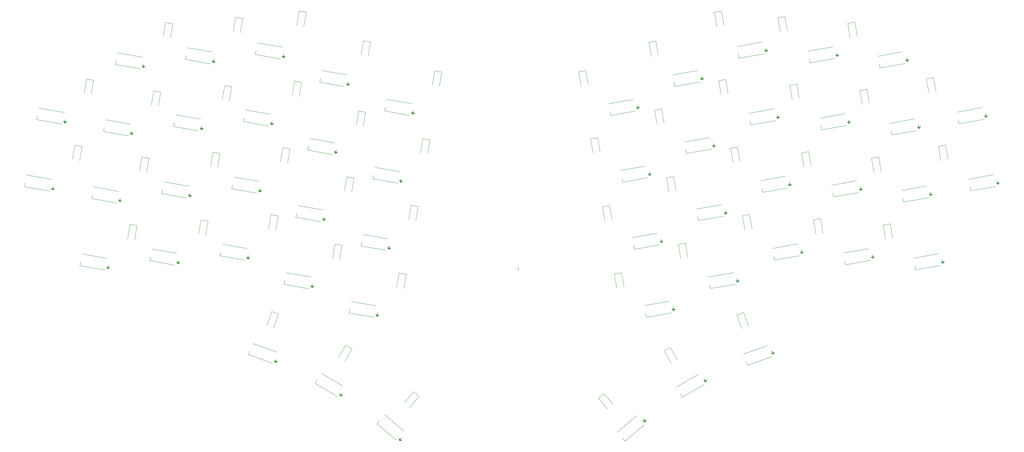
<source format=gbr>
%TF.GenerationSoftware,KiCad,Pcbnew,8.0.5*%
%TF.CreationDate,2024-10-09T17:31:38+02:00*%
%TF.ProjectId,phnx,70686e78-2e6b-4696-9361-645f70636258,A*%
%TF.SameCoordinates,Original*%
%TF.FileFunction,Legend,Bot*%
%TF.FilePolarity,Positive*%
%FSLAX46Y46*%
G04 Gerber Fmt 4.6, Leading zero omitted, Abs format (unit mm)*
G04 Created by KiCad (PCBNEW 8.0.5) date 2024-10-09 17:31:38*
%MOMM*%
%LPD*%
G01*
G04 APERTURE LIST*
%ADD10C,0.120000*%
%ADD11C,0.200000*%
%ADD12C,0.100000*%
G04 APERTURE END LIST*
D10*
%TO.C,D429*%
X231802993Y-116860932D02*
X231106664Y-112911853D01*
X233076279Y-112564557D02*
X231106664Y-112911853D01*
X233772608Y-116513636D02*
X233076279Y-112564557D01*
%TO.C,D536*%
X264047811Y-151442042D02*
X270941466Y-150226505D01*
X264384938Y-153641921D02*
X264571610Y-154700590D01*
X264571610Y-154700590D02*
X271514505Y-153476370D01*
D11*
X272043960Y-151982923D02*
X272130784Y-152475327D01*
D12*
X272217608Y-152967731D02*
X271638380Y-152562151D01*
X272623188Y-152388503D01*
X272217608Y-152967731D01*
G36*
X272217608Y-152967731D02*
G01*
X271638380Y-152562151D01*
X272623188Y-152388503D01*
X272217608Y-152967731D01*
G37*
D10*
%TO.C,D521*%
X145666038Y-153510251D02*
X152608933Y-154734470D01*
X145852710Y-152451582D02*
X145666038Y-153510251D01*
X146288317Y-150269068D02*
X153181972Y-151484605D01*
D11*
X153617247Y-153512174D02*
X153530423Y-154004578D01*
D12*
X154022827Y-154091402D02*
X153443599Y-154496982D01*
X153038019Y-153917754D01*
X154022827Y-154091402D01*
G36*
X154022827Y-154091402D02*
G01*
X153443599Y-154496982D01*
X153038019Y-153917754D01*
X154022827Y-154091402D01*
G37*
D10*
%TO.C,D415*%
X144638837Y-119312334D02*
X145335166Y-115363255D01*
X146608452Y-119659630D02*
X147304781Y-115710551D01*
X147304781Y-115710551D02*
X145335166Y-115363255D01*
%TO.C,D448*%
X306901280Y-103370299D02*
X306204951Y-99421220D01*
X308174566Y-99073924D02*
X306204951Y-99421220D01*
X308870895Y-103023003D02*
X308174566Y-99073924D01*
%TO.C,D510*%
X114841972Y-109488924D02*
X121784867Y-110713143D01*
X115028644Y-108430255D02*
X114841972Y-109488924D01*
X115464251Y-106247741D02*
X122357906Y-107463278D01*
D11*
X122793181Y-109490847D02*
X122706357Y-109983251D01*
D12*
X123198761Y-110070075D02*
X122619533Y-110475655D01*
X122213953Y-109896427D01*
X123198761Y-110070075D01*
G36*
X123198761Y-110070075D02*
G01*
X122619533Y-110475655D01*
X122213953Y-109896427D01*
X123198761Y-110070075D01*
G37*
D10*
%TO.C,D417*%
X140878303Y-164900568D02*
X142249804Y-161132401D01*
X142757688Y-165584608D02*
X144129189Y-161816441D01*
X144129189Y-161816441D02*
X142249804Y-161132401D01*
%TO.C,D428*%
X228503678Y-98149584D02*
X227807349Y-94200505D01*
X229776964Y-93853209D02*
X227807349Y-94200505D01*
X230473293Y-97802288D02*
X229776964Y-93853209D01*
%TO.C,D537*%
X255108619Y-182106759D02*
X261170797Y-178606759D01*
X256177818Y-184058666D02*
X256715318Y-184989643D01*
X256715318Y-184989643D02*
X262820797Y-181464643D01*
D11*
X262807533Y-179880178D02*
X263057533Y-180313190D01*
D12*
X263307533Y-180746203D02*
X262624521Y-180563190D01*
X263490546Y-180063190D01*
X263307533Y-180746203D01*
G36*
X263307533Y-180746203D02*
G01*
X262624521Y-180563190D01*
X263490546Y-180063190D01*
X263307533Y-180746203D01*
G37*
D10*
%TO.C,D541*%
X281934329Y-143464890D02*
X288827984Y-142249353D01*
X282271456Y-145664769D02*
X282458128Y-146723438D01*
X282458128Y-146723438D02*
X289401023Y-145499218D01*
D11*
X289930478Y-144005771D02*
X290017302Y-144498175D01*
D12*
X290104126Y-144990579D02*
X289524898Y-144584999D01*
X290509706Y-144411351D01*
X290104126Y-144990579D01*
G36*
X290104126Y-144990579D02*
G01*
X289524898Y-144584999D01*
X290509706Y-144411351D01*
X290104126Y-144990579D01*
G37*
D10*
%TO.C,D403*%
X86656837Y-118633296D02*
X87353166Y-114684217D01*
X88626452Y-118980592D02*
X89322781Y-115031513D01*
X89322781Y-115031513D02*
X87353166Y-114684217D01*
%TO.C,D436*%
X256288142Y-146306475D02*
X255591813Y-142357396D01*
X257561428Y-142010100D02*
X255591813Y-142357396D01*
X258257757Y-145959179D02*
X257561428Y-142010100D01*
%TO.C,D548*%
X314623950Y-108583967D02*
X321517605Y-107368430D01*
X314961077Y-110783846D02*
X315147749Y-111842515D01*
X315147749Y-111842515D02*
X322090644Y-110618295D01*
D11*
X322620099Y-109124848D02*
X322706923Y-109617252D01*
D12*
X322793747Y-110109656D02*
X322214519Y-109704076D01*
X323199327Y-109530428D01*
X322793747Y-110109656D01*
G36*
X322793747Y-110109656D02*
G01*
X322214519Y-109704076D01*
X323199327Y-109530428D01*
X322793747Y-110109656D01*
G37*
D10*
%TO.C,D413*%
X149194757Y-81251698D02*
X149891086Y-77302619D01*
X151164372Y-81598994D02*
X151860701Y-77649915D01*
X151860701Y-77649915D02*
X149891086Y-77302619D01*
%TO.C,D531*%
X246161292Y-159419195D02*
X253054947Y-158203658D01*
X246498419Y-161619074D02*
X246685091Y-162677743D01*
X246685091Y-162677743D02*
X253627986Y-161453523D01*
D11*
X254157441Y-159960076D02*
X254244265Y-160452480D01*
D12*
X254331089Y-160944884D02*
X253751861Y-160539304D01*
X254736669Y-160365656D01*
X254331089Y-160944884D01*
G36*
X254331089Y-160944884D02*
G01*
X253751861Y-160539304D01*
X254736669Y-160365656D01*
X254331089Y-160944884D01*
G37*
D10*
%TO.C,D435*%
X253015742Y-127747774D02*
X252319413Y-123798695D01*
X254289028Y-123451399D02*
X252319413Y-123798695D01*
X254985357Y-127400478D02*
X254289028Y-123451399D01*
%TO.C,D445*%
X290681785Y-120801604D02*
X289985456Y-116852525D01*
X291955071Y-116505229D02*
X289985456Y-116852525D01*
X292651400Y-120454308D02*
X291955071Y-116505229D01*
%TO.C,D443*%
X284039743Y-83132707D02*
X283343414Y-79183628D01*
X285313029Y-78836332D02*
X283343414Y-79183628D01*
X286009358Y-82785411D02*
X285313029Y-78836332D01*
%TO.C,D553*%
X336633652Y-124165997D02*
X343527307Y-122950460D01*
X336970779Y-126365876D02*
X337157451Y-127424545D01*
X337157451Y-127424545D02*
X344100346Y-126200325D01*
D11*
X344629801Y-124706878D02*
X344716625Y-125199282D01*
D12*
X344803449Y-125691686D02*
X344224221Y-125286106D01*
X345209029Y-125112458D01*
X344803449Y-125691686D01*
G36*
X344803449Y-125691686D02*
G01*
X344224221Y-125286106D01*
X345209029Y-125112458D01*
X344803449Y-125691686D01*
G37*
D10*
%TO.C,D437*%
X253365220Y-171087106D02*
X251633171Y-172087105D01*
X253638171Y-175559867D02*
X251633171Y-172087105D01*
X255370221Y-174559867D02*
X253365220Y-171087106D01*
%TO.C,D552*%
X333334336Y-105454648D02*
X340227991Y-104239111D01*
X333671463Y-107654527D02*
X333858135Y-108713196D01*
X333858135Y-108713196D02*
X340801030Y-107488976D01*
D11*
X341330485Y-105995529D02*
X341417309Y-106487933D01*
D12*
X341504133Y-106980337D02*
X340924905Y-106574757D01*
X341909713Y-106401109D01*
X341504133Y-106980337D01*
G36*
X341504133Y-106980337D02*
G01*
X340924905Y-106574757D01*
X341909713Y-106401109D01*
X341504133Y-106980337D01*
G37*
D10*
%TO.C,D509*%
X118141288Y-90777578D02*
X125084183Y-92001797D01*
X118327960Y-89718909D02*
X118141288Y-90777578D01*
X118763567Y-87536395D02*
X125657222Y-88751932D01*
D11*
X126092497Y-90779501D02*
X126005673Y-91271905D01*
D12*
X126498077Y-91358729D02*
X125918849Y-91764309D01*
X125513269Y-91185081D01*
X126498077Y-91358729D01*
G36*
X126498077Y-91358729D02*
G01*
X125918849Y-91764309D01*
X125513269Y-91185081D01*
X126498077Y-91358729D01*
G37*
D10*
%TO.C,D547*%
X311324633Y-89872619D02*
X318218288Y-88657082D01*
X311661760Y-92072498D02*
X311848432Y-93131167D01*
X311848432Y-93131167D02*
X318791327Y-91906947D01*
D11*
X319320782Y-90413500D02*
X319407606Y-90905904D01*
D12*
X319494430Y-91398308D02*
X318915202Y-90992728D01*
X319900010Y-90819080D01*
X319494430Y-91398308D01*
G36*
X319494430Y-91398308D02*
G01*
X318915202Y-90992728D01*
X319900010Y-90819080D01*
X319494430Y-91398308D01*
G37*
D10*
%TO.C,D535*%
X260705083Y-132484494D02*
X267598738Y-131268957D01*
X261042210Y-134684373D02*
X261228882Y-135743042D01*
X261228882Y-135743042D02*
X268171777Y-134518822D01*
D11*
X268701232Y-133025375D02*
X268788056Y-133517779D01*
D12*
X268874880Y-134010183D02*
X268295652Y-133604603D01*
X269280460Y-133430955D01*
X268874880Y-134010183D01*
G36*
X268874880Y-134010183D02*
G01*
X268295652Y-133604603D01*
X269280460Y-133430955D01*
X268874880Y-134010183D01*
G37*
D10*
%TO.C,D414*%
X147912105Y-100748709D02*
X148608434Y-96799630D01*
X149881720Y-101096005D02*
X150578049Y-97146926D01*
X150578049Y-97146926D02*
X148608434Y-96799630D01*
%TO.C,D406*%
X108593550Y-103462342D02*
X109289879Y-99513263D01*
X110563165Y-103809638D02*
X111259494Y-99860559D01*
X111259494Y-99860559D02*
X109289879Y-99513263D01*
%TO.C,D447*%
X303552725Y-84667631D02*
X302856396Y-80718552D01*
X304826011Y-80371256D02*
X302856396Y-80718552D01*
X305522340Y-84320335D02*
X304826011Y-80371256D01*
%TO.C,D416*%
X141331706Y-138068002D02*
X142028035Y-134118923D01*
X143301321Y-138415298D02*
X143997650Y-134466219D01*
X143997650Y-134466219D02*
X142028035Y-134118923D01*
%TO.C,D522*%
X154317508Y-181162849D02*
X160422987Y-184687849D01*
X154855008Y-180231872D02*
X154317508Y-181162849D01*
X156010809Y-178329965D02*
X162072987Y-181829965D01*
D11*
X161788542Y-183884130D02*
X161538542Y-184317142D01*
D12*
X161971555Y-184567142D02*
X161288542Y-184750155D01*
X161105530Y-184067141D01*
X161971555Y-184567142D01*
G36*
X161971555Y-184567142D02*
G01*
X161288542Y-184750155D01*
X161105530Y-184067141D01*
X161971555Y-184567142D01*
G37*
D10*
%TO.C,D507*%
X92006480Y-129578796D02*
X98949375Y-130803015D01*
X92193152Y-128520127D02*
X92006480Y-129578796D01*
X92628759Y-126337613D02*
X99522414Y-127553150D01*
D11*
X99957689Y-129580719D02*
X99870865Y-130073123D01*
D12*
X100363269Y-130159947D02*
X99784041Y-130565527D01*
X99378461Y-129986299D01*
X100363269Y-130159947D01*
G36*
X100363269Y-130159947D02*
G01*
X99784041Y-130565527D01*
X99378461Y-129986299D01*
X100363269Y-130159947D01*
G37*
D10*
%TO.C,D425*%
X180385828Y-135414362D02*
X181082157Y-131465283D01*
X182355443Y-135761658D02*
X183051772Y-131812579D01*
X183051772Y-131812579D02*
X181082157Y-131465283D01*
%TO.C,D505*%
X98605113Y-92156098D02*
X105548008Y-93380317D01*
X98791785Y-91097429D02*
X98605113Y-92156098D01*
X99227392Y-88914915D02*
X106121047Y-90130452D01*
D11*
X106556322Y-92158021D02*
X106469498Y-92650425D01*
D12*
X106961902Y-92737249D02*
X106382674Y-93142829D01*
X105977094Y-92563601D01*
X106961902Y-92737249D01*
G36*
X106961902Y-92737249D02*
G01*
X106382674Y-93142829D01*
X105977094Y-92563601D01*
X106961902Y-92737249D01*
G37*
D10*
%TO.C,D411*%
X125120027Y-120592377D02*
X125816356Y-116643298D01*
X127089642Y-120939673D02*
X127785971Y-116990594D01*
X127785971Y-116990594D02*
X125816356Y-116643298D01*
%TO.C,D538*%
X272006080Y-87158988D02*
X278899735Y-85943451D01*
X272343207Y-89358867D02*
X272529879Y-90417536D01*
X272529879Y-90417536D02*
X279472774Y-89193316D01*
D11*
X280002229Y-87699869D02*
X280089053Y-88192273D01*
D12*
X280175877Y-88684677D02*
X279596649Y-88279097D01*
X280581457Y-88105449D01*
X280175877Y-88684677D01*
G36*
X280175877Y-88684677D02*
G01*
X279596649Y-88279097D01*
X280581457Y-88105449D01*
X280175877Y-88684677D01*
G37*
D10*
%TO.C,D453*%
X328873983Y-119030428D02*
X328177654Y-115081349D01*
X330147269Y-114734053D02*
X328177654Y-115081349D01*
X330843598Y-118683132D02*
X330147269Y-114734053D01*
%TO.C,D517*%
X135718135Y-173084217D02*
X142342968Y-175495459D01*
X136085807Y-172074048D02*
X135718135Y-173084217D01*
X136893786Y-170000333D02*
X143471634Y-172394474D01*
D11*
X143548213Y-174466824D02*
X143377203Y-174936670D01*
D12*
X143847049Y-175107681D02*
X143206193Y-175406517D01*
X142907357Y-174765660D01*
X143847049Y-175107681D01*
G36*
X143847049Y-175107681D02*
G01*
X143206193Y-175406517D01*
X142907357Y-174765660D01*
X143847049Y-175107681D01*
G37*
D10*
%TO.C,D446*%
X293981101Y-139512951D02*
X293284772Y-135563872D01*
X295254387Y-135216576D02*
X293284772Y-135563872D01*
X295950716Y-139165655D02*
X295254387Y-135216576D01*
%TO.C,D511*%
X111542657Y-128200273D02*
X118485552Y-129424492D01*
X111729329Y-127141604D02*
X111542657Y-128200273D01*
X112164936Y-124959090D02*
X119058591Y-126174627D01*
D11*
X119493866Y-128202196D02*
X119407042Y-128694600D01*
D12*
X119899446Y-128781424D02*
X119320218Y-129187004D01*
X118914638Y-128607776D01*
X119899446Y-128781424D01*
G36*
X119899446Y-128781424D02*
G01*
X119320218Y-129187004D01*
X118914638Y-128607776D01*
X119899446Y-128781424D01*
G37*
D10*
%TO.C,D444*%
X287356422Y-101942537D02*
X286660093Y-97993458D01*
X288629708Y-97646162D02*
X286660093Y-97993458D01*
X289326037Y-101595241D02*
X288629708Y-97646162D01*
%TO.C,D410*%
X128394162Y-102023827D02*
X129090491Y-98074748D01*
X130363777Y-102371123D02*
X131060106Y-98422044D01*
X131060106Y-98422044D02*
X129090491Y-98074748D01*
%TO.C,D533*%
X254106453Y-95061798D02*
X261000108Y-93846261D01*
X254443580Y-97261677D02*
X254630252Y-98320346D01*
X254630252Y-98320346D02*
X261573147Y-97096126D01*
D11*
X262102602Y-95602679D02*
X262189426Y-96095083D01*
D12*
X262276250Y-96587487D02*
X261697022Y-96181907D01*
X262681830Y-96008259D01*
X262276250Y-96587487D01*
G36*
X262276250Y-96587487D02*
G01*
X261697022Y-96181907D01*
X262681830Y-96008259D01*
X262276250Y-96587487D01*
G37*
D10*
%TO.C,D408*%
X102013153Y-140781630D02*
X102709482Y-136832551D01*
X103982768Y-141128926D02*
X104679097Y-137179847D01*
X104679097Y-137179847D02*
X102709482Y-136832551D01*
%TO.C,D506*%
X95305798Y-110867447D02*
X102248693Y-112091666D01*
X95492470Y-109808778D02*
X95305798Y-110867447D01*
X95928077Y-107626264D02*
X102821732Y-108841801D01*
D11*
X103257007Y-110869370D02*
X103170183Y-111361774D01*
D12*
X103662587Y-111448598D02*
X103083359Y-111854178D01*
X102677779Y-111274950D01*
X103662587Y-111448598D01*
G36*
X103662587Y-111448598D02*
G01*
X103083359Y-111854178D01*
X102677779Y-111274950D01*
X103662587Y-111448598D01*
G37*
D10*
%TO.C,D524*%
X170397388Y-124108118D02*
X177340283Y-125332337D01*
X170584060Y-123049449D02*
X170397388Y-124108118D01*
X171019667Y-120866935D02*
X177913322Y-122082472D01*
D11*
X178348597Y-124110041D02*
X178261773Y-124602445D01*
D12*
X178754177Y-124689269D02*
X178174949Y-125094849D01*
X177769369Y-124515621D01*
X178754177Y-124689269D01*
G36*
X178754177Y-124689269D02*
G01*
X178174949Y-125094849D01*
X177769369Y-124515621D01*
X178754177Y-124689269D01*
G37*
D10*
%TO.C,D518*%
X155607395Y-97130007D02*
X162550290Y-98354226D01*
X155794067Y-96071338D02*
X155607395Y-97130007D01*
X156229674Y-93888824D02*
X163123329Y-95104361D01*
D11*
X163558604Y-97131930D02*
X163471780Y-97624334D01*
D12*
X163964184Y-97711158D02*
X163384956Y-98116738D01*
X162979376Y-97537510D01*
X163964184Y-97711158D01*
G36*
X163964184Y-97711158D02*
G01*
X163384956Y-98116738D01*
X162979376Y-97537510D01*
X163964184Y-97711158D01*
G37*
D10*
%TO.C,D405*%
X111954512Y-84401387D02*
X112650841Y-80452308D01*
X113924127Y-84748683D02*
X114620456Y-80799604D01*
X114620456Y-80799604D02*
X112650841Y-80452308D01*
%TO.C,D549*%
X317923265Y-127295316D02*
X324816920Y-126079779D01*
X318260392Y-129495195D02*
X318447064Y-130553864D01*
X318447064Y-130553864D02*
X325389959Y-129329644D01*
D11*
X325919414Y-127836197D02*
X326006238Y-128328601D01*
D12*
X326093062Y-128821005D02*
X325513834Y-128415425D01*
X326498642Y-128241777D01*
X326093062Y-128821005D01*
G36*
X326093062Y-128821005D02*
G01*
X325513834Y-128415425D01*
X326498642Y-128241777D01*
X326093062Y-128821005D01*
G37*
D10*
%TO.C,D422*%
X160892859Y-173874004D02*
X162897859Y-170401243D01*
X162624909Y-174874004D02*
X164629909Y-171401242D01*
X164629909Y-171401242D02*
X162897859Y-170401243D01*
%TO.C,D426*%
X177061332Y-154268507D02*
X177757661Y-150319428D01*
X179030947Y-154615803D02*
X179727276Y-150666724D01*
X179727276Y-150666724D02*
X177757661Y-150319428D01*
%TO.C,D407*%
X105337649Y-121927486D02*
X106033978Y-117978407D01*
X107307264Y-122274782D02*
X108003593Y-118325703D01*
X108003593Y-118325703D02*
X106033978Y-117978407D01*
%TO.C,J3*%
X211115000Y-148770000D02*
X211115000Y-149405000D01*
X211115000Y-149405000D02*
X210480000Y-149405000D01*
%TO.C,D514*%
X134378148Y-108110404D02*
X141321043Y-109334623D01*
X134564820Y-107051735D02*
X134378148Y-108110404D01*
X135000427Y-104869221D02*
X141894082Y-106084758D01*
D11*
X142329357Y-108112327D02*
X142242533Y-108604731D01*
D12*
X142734937Y-108691555D02*
X142155709Y-109097135D01*
X141750129Y-108517907D01*
X142734937Y-108691555D01*
G36*
X142734937Y-108691555D02*
G01*
X142155709Y-109097135D01*
X141750129Y-108517907D01*
X142734937Y-108691555D01*
G37*
D10*
%TO.C,D543*%
X291788458Y-88494099D02*
X298682113Y-87278562D01*
X292125585Y-90693978D02*
X292312257Y-91752647D01*
X292312257Y-91752647D02*
X299255152Y-90528427D01*
D11*
X299784607Y-89034980D02*
X299871431Y-89527384D01*
D12*
X299958255Y-90019788D02*
X299379027Y-89614208D01*
X300363835Y-89440560D01*
X299958255Y-90019788D01*
G36*
X299958255Y-90019788D02*
G01*
X299379027Y-89614208D01*
X300363835Y-89440560D01*
X299958255Y-90019788D01*
G37*
D10*
%TO.C,D527*%
X171560962Y-192429415D02*
X176961575Y-196961068D01*
X172251958Y-191605918D02*
X171560962Y-192429415D01*
X173720463Y-189933608D02*
X179082774Y-194433121D01*
D11*
X178445949Y-196406685D02*
X178124555Y-196789707D01*
D12*
X178507577Y-197111101D02*
X177803161Y-197172730D01*
X177741533Y-196468314D01*
X178507577Y-197111101D01*
G36*
X178507577Y-197111101D02*
G01*
X177803161Y-197172730D01*
X177741533Y-196468314D01*
X178507577Y-197111101D01*
G37*
D10*
%TO.C,D402*%
X89912738Y-100168152D02*
X90609067Y-96219073D01*
X91882353Y-100515448D02*
X92578682Y-96566369D01*
X92578682Y-96566369D02*
X90609067Y-96219073D01*
%TO.C,D412*%
X121795532Y-139446519D02*
X122491861Y-135497440D01*
X123765147Y-139793815D02*
X124461476Y-135844736D01*
X124461476Y-135844736D02*
X122491861Y-135497440D01*
%TO.C,D503*%
X73325669Y-126284605D02*
X80268564Y-127508824D01*
X73512341Y-125225936D02*
X73325669Y-126284605D01*
X73947948Y-123043422D02*
X80841603Y-124258959D01*
D11*
X81276878Y-126286528D02*
X81190054Y-126778932D01*
D12*
X81682458Y-126865756D02*
X81103230Y-127271336D01*
X80697650Y-126692108D01*
X81682458Y-126865756D01*
G36*
X81682458Y-126865756D02*
G01*
X81103230Y-127271336D01*
X80697650Y-126692108D01*
X81682458Y-126865756D01*
G37*
D10*
%TO.C,D440*%
X270858849Y-119524417D02*
X270162520Y-115575338D01*
X272132135Y-115228042D02*
X270162520Y-115575338D01*
X272828464Y-119177121D02*
X272132135Y-115228042D01*
%TO.C,D434*%
X249689511Y-108883778D02*
X248993182Y-104934699D01*
X250962797Y-104587403D02*
X248993182Y-104934699D01*
X251659126Y-108536482D02*
X250962797Y-104587403D01*
%TO.C,D515*%
X131078834Y-126821749D02*
X138021729Y-128045968D01*
X131265506Y-125763080D02*
X131078834Y-126821749D01*
X131701113Y-123580566D02*
X138594768Y-124796103D01*
D11*
X139030043Y-126823672D02*
X138943219Y-127316076D01*
D12*
X139435623Y-127402900D02*
X138856395Y-127808480D01*
X138450815Y-127229252D01*
X139435623Y-127402900D01*
G36*
X139435623Y-127402900D02*
G01*
X138856395Y-127808480D01*
X138450815Y-127229252D01*
X139435623Y-127402900D01*
G37*
D10*
%TO.C,D523*%
X173740114Y-105150573D02*
X180683009Y-106374792D01*
X173926786Y-104091904D02*
X173740114Y-105150573D01*
X174362393Y-101909390D02*
X181256048Y-103124927D01*
D11*
X181691323Y-105152496D02*
X181604499Y-105644900D01*
D12*
X182096903Y-105731724D02*
X181517675Y-106137304D01*
X181112095Y-105558076D01*
X182096903Y-105731724D01*
G36*
X182096903Y-105731724D02*
G01*
X181517675Y-106137304D01*
X181112095Y-105558076D01*
X182096903Y-105731724D01*
G37*
D10*
%TO.C,D419*%
X165737847Y-109070543D02*
X166434176Y-105121464D01*
X167707462Y-109417839D02*
X168403791Y-105468760D01*
X168403791Y-105468760D02*
X166434176Y-105121464D01*
%TO.C,D525*%
X167098074Y-142819468D02*
X174040969Y-144043687D01*
X167284746Y-141760799D02*
X167098074Y-142819468D01*
X167720353Y-139578285D02*
X174614008Y-140793822D01*
D11*
X175049283Y-142821391D02*
X174962459Y-143313795D01*
D12*
X175454863Y-143400619D02*
X174875635Y-143806199D01*
X174470055Y-143226971D01*
X175454863Y-143400619D01*
G36*
X175454863Y-143400619D02*
G01*
X174875635Y-143806199D01*
X174470055Y-143226971D01*
X175454863Y-143400619D01*
G37*
D10*
%TO.C,D432*%
X234821773Y-183942051D02*
X233289684Y-185227625D01*
X235867264Y-188299463D02*
X233289684Y-185227625D01*
X237399351Y-187013888D02*
X234821773Y-183942051D01*
%TO.C,D550*%
X321252885Y-146178521D02*
X328146540Y-144962984D01*
X321590012Y-148378400D02*
X321776684Y-149437069D01*
X321776684Y-149437069D02*
X328719579Y-148212849D01*
D11*
X329249034Y-146719402D02*
X329335858Y-147211806D01*
D12*
X329422682Y-147704210D02*
X328843454Y-147298630D01*
X329828262Y-147124982D01*
X329422682Y-147704210D01*
G36*
X329422682Y-147704210D02*
G01*
X328843454Y-147298630D01*
X329828262Y-147124982D01*
X329422682Y-147704210D01*
G37*
D10*
%TO.C,D516*%
X127779517Y-145533099D02*
X134722412Y-146757318D01*
X127966189Y-144474430D02*
X127779517Y-145533099D01*
X128401796Y-142291916D02*
X135295451Y-143507453D01*
D11*
X135730726Y-145535022D02*
X135643902Y-146027426D01*
D12*
X136136306Y-146114250D02*
X135557078Y-146519830D01*
X135151498Y-145940602D01*
X136136306Y-146114250D01*
G36*
X136136306Y-146114250D02*
G01*
X135557078Y-146519830D01*
X135151498Y-145940602D01*
X136136306Y-146114250D01*
G37*
D10*
%TO.C,D542*%
X273806499Y-172995821D02*
X280384347Y-170601680D01*
X274520509Y-175103738D02*
X274888180Y-176113907D01*
X274888180Y-176113907D02*
X281513013Y-173702665D01*
D11*
X281775091Y-172139968D02*
X281946101Y-172609815D01*
D12*
X282117111Y-173079661D02*
X281476255Y-172780825D01*
X282415947Y-172438805D01*
X282117111Y-173079661D01*
G36*
X282117111Y-173079661D02*
G01*
X281476255Y-172780825D01*
X282415947Y-172438805D01*
X282117111Y-173079661D01*
G37*
D10*
%TO.C,D529*%
X239519249Y-121750299D02*
X246412904Y-120534762D01*
X239856376Y-123950178D02*
X240043048Y-125008847D01*
X240043048Y-125008847D02*
X246985943Y-123784627D01*
D11*
X247515398Y-122291180D02*
X247602222Y-122783584D01*
D12*
X247689046Y-123275988D02*
X247109818Y-122870408D01*
X248094626Y-122696760D01*
X247689046Y-123275988D01*
G36*
X247689046Y-123275988D02*
G01*
X247109818Y-122870408D01*
X248094626Y-122696760D01*
X247689046Y-123275988D01*
G37*
D10*
%TO.C,D418*%
X167115446Y-89548773D02*
X167811775Y-85599694D01*
X169085061Y-89896069D02*
X169781390Y-85946990D01*
X169781390Y-85946990D02*
X167811775Y-85599694D01*
%TO.C,D546*%
X301716707Y-144800001D02*
X308610362Y-143584464D01*
X302053834Y-146999880D02*
X302240506Y-148058549D01*
X302240506Y-148058549D02*
X309183401Y-146834329D01*
D11*
X309712856Y-145340882D02*
X309799680Y-145833286D01*
D12*
X309886504Y-146325690D02*
X309307276Y-145920110D01*
X310292084Y-145746462D01*
X309886504Y-146325690D01*
G36*
X309886504Y-146325690D02*
G01*
X309307276Y-145920110D01*
X310292084Y-145746462D01*
X309886504Y-146325690D01*
G37*
D10*
%TO.C,D441*%
X274174661Y-138329322D02*
X273478332Y-134380243D01*
X275447947Y-134032947D02*
X273478332Y-134380243D01*
X276144276Y-137982026D02*
X275447947Y-134032947D01*
%TO.C,D427*%
X179208911Y-186504178D02*
X181786489Y-183432341D01*
X180740998Y-187789753D02*
X183318578Y-184717915D01*
X183318578Y-184717915D02*
X181786489Y-183432341D01*
%TO.C,D532*%
X238612924Y-194683065D02*
X243975235Y-190183552D01*
X240004824Y-196419654D02*
X240695821Y-197243151D01*
X240695821Y-197243151D02*
X246096434Y-192711499D01*
D11*
X245808232Y-191153408D02*
X246129626Y-191536430D01*
D12*
X246451020Y-191919453D02*
X245746604Y-191857824D01*
X246512648Y-191215037D01*
X246451020Y-191919453D01*
G36*
X246451020Y-191919453D02*
G01*
X245746604Y-191857824D01*
X246512648Y-191215037D01*
X246451020Y-191919453D01*
G37*
D10*
%TO.C,D433*%
X248088231Y-89923514D02*
X247391902Y-85974435D01*
X249361517Y-85627139D02*
X247391902Y-85974435D01*
X250057846Y-89576218D02*
X249361517Y-85627139D01*
%TO.C,D508*%
X88707166Y-148290139D02*
X95650061Y-149514358D01*
X88893838Y-147231470D02*
X88707166Y-148290139D01*
X89329445Y-145048956D02*
X96223100Y-146264493D01*
D11*
X96658375Y-148292062D02*
X96571551Y-148784466D01*
D12*
X97063955Y-148871290D02*
X96484727Y-149276870D01*
X96079147Y-148697642D01*
X97063955Y-148871290D01*
G36*
X97063955Y-148871290D02*
G01*
X96484727Y-149276870D01*
X96079147Y-148697642D01*
X97063955Y-148871290D01*
G37*
D10*
%TO.C,D530*%
X242818565Y-140461645D02*
X249712220Y-139246108D01*
X243155692Y-142661524D02*
X243342364Y-143720193D01*
X243342364Y-143720193D02*
X250285259Y-142495973D01*
D11*
X250814714Y-141002526D02*
X250901538Y-141494930D01*
D12*
X250988362Y-141987334D02*
X250409134Y-141581754D01*
X251393942Y-141408106D01*
X250988362Y-141987334D01*
G36*
X250988362Y-141987334D02*
G01*
X250409134Y-141581754D01*
X251393942Y-141408106D01*
X250988362Y-141987334D01*
G37*
D10*
%TO.C,D519*%
X152264666Y-116087558D02*
X159207561Y-117311777D01*
X152451338Y-115028889D02*
X152264666Y-116087558D01*
X152886945Y-112846375D02*
X159780600Y-114061912D01*
D11*
X160215875Y-116089481D02*
X160129051Y-116581885D01*
D12*
X160621455Y-116668709D02*
X160042227Y-117074289D01*
X159636647Y-116495061D01*
X160621455Y-116668709D01*
G36*
X160621455Y-116668709D02*
G01*
X160042227Y-117074289D01*
X159636647Y-116495061D01*
X160621455Y-116668709D01*
G37*
D10*
%TO.C,D438*%
X266349011Y-81592591D02*
X265652682Y-77643512D01*
X267622297Y-77296216D02*
X265652682Y-77643512D01*
X268318626Y-81245295D02*
X267622297Y-77296216D01*
%TO.C,D526*%
X163798756Y-161530817D02*
X170741651Y-162755036D01*
X163985428Y-160472148D02*
X163798756Y-161530817D01*
X164421035Y-158289634D02*
X171314690Y-159505171D01*
D11*
X171749965Y-161532740D02*
X171663141Y-162025144D01*
D12*
X172155545Y-162111968D02*
X171576317Y-162517548D01*
X171170737Y-161938320D01*
X172155545Y-162111968D01*
G36*
X172155545Y-162111968D02*
G01*
X171576317Y-162517548D01*
X171170737Y-161938320D01*
X172155545Y-162111968D01*
G37*
D10*
%TO.C,D544*%
X295074665Y-107131103D02*
X301968320Y-105915566D01*
X295411792Y-109330982D02*
X295598464Y-110389651D01*
X295598464Y-110389651D02*
X302541359Y-109165431D01*
D11*
X303070814Y-107671984D02*
X303157638Y-108164388D01*
D12*
X303244462Y-108656792D02*
X302665234Y-108251212D01*
X303650042Y-108077564D01*
X303244462Y-108656792D01*
G36*
X303244462Y-108656792D02*
G01*
X302665234Y-108251212D01*
X303650042Y-108077564D01*
X303244462Y-108656792D01*
G37*
D10*
%TO.C,D512*%
X108243341Y-146911621D02*
X115186236Y-148135840D01*
X108430013Y-145852952D02*
X108243341Y-146911621D01*
X108865620Y-143670438D02*
X115759275Y-144885975D01*
D11*
X116194550Y-146913544D02*
X116107726Y-147405948D01*
D12*
X116600130Y-147492772D02*
X116020902Y-147898352D01*
X115615322Y-147319124D01*
X116600130Y-147492772D01*
G36*
X116600130Y-147492772D02*
G01*
X116020902Y-147898352D01*
X115615322Y-147319124D01*
X116600130Y-147492772D01*
G37*
D10*
%TO.C,D502*%
X76698846Y-107586278D02*
X83641741Y-108810497D01*
X76885518Y-106527609D02*
X76698846Y-107586278D01*
X77321125Y-104345095D02*
X84214780Y-105560632D01*
D11*
X84650055Y-107588201D02*
X84563231Y-108080605D01*
D12*
X85055635Y-108167429D02*
X84476407Y-108573009D01*
X84070827Y-107993781D01*
X85055635Y-108167429D01*
G36*
X85055635Y-108167429D02*
G01*
X84476407Y-108573009D01*
X84070827Y-107993781D01*
X85055635Y-108167429D01*
G37*
D10*
%TO.C,D450*%
X313427478Y-140958079D02*
X312731149Y-137009000D01*
X314700764Y-136661704D02*
X312731149Y-137009000D01*
X315397093Y-140610783D02*
X314700764Y-136661704D01*
%TO.C,D539*%
X275292286Y-105795995D02*
X282185941Y-104580458D01*
X275629413Y-107995874D02*
X275816085Y-109054543D01*
X275816085Y-109054543D02*
X282758980Y-107830323D01*
D11*
X283288435Y-106336876D02*
X283375259Y-106829280D01*
D12*
X283462083Y-107321684D02*
X282882855Y-106916104D01*
X283867663Y-106742456D01*
X283462083Y-107321684D01*
G36*
X283462083Y-107321684D02*
G01*
X282882855Y-106916104D01*
X283867663Y-106742456D01*
X283462083Y-107321684D01*
G37*
D10*
%TO.C,D513*%
X137677464Y-89399057D02*
X144620359Y-90623276D01*
X137864136Y-88340388D02*
X137677464Y-89399057D01*
X138299743Y-86157874D02*
X145193398Y-87373411D01*
D11*
X145628673Y-89400980D02*
X145541849Y-89893384D01*
D12*
X146034253Y-89980208D02*
X145455025Y-90385788D01*
X145049445Y-89806560D01*
X146034253Y-89980208D01*
G36*
X146034253Y-89980208D02*
G01*
X145455025Y-90385788D01*
X145049445Y-89806560D01*
X146034253Y-89980208D01*
G37*
D10*
%TO.C,D442*%
X273324234Y-165823205D02*
X271952733Y-162055038D01*
X273832118Y-161370998D02*
X271952733Y-162055038D01*
X275203619Y-165139165D02*
X273832118Y-161370998D01*
%TO.C,D431*%
X238445035Y-154529827D02*
X237748706Y-150580748D01*
X239718321Y-150233452D02*
X237748706Y-150580748D01*
X240414650Y-154182531D02*
X239718321Y-150233452D01*
%TO.C,D520*%
X148965352Y-134798902D02*
X155908247Y-136023121D01*
X149152024Y-133740233D02*
X148965352Y-134798902D01*
X149587631Y-131557719D02*
X156481286Y-132773256D01*
D11*
X156916561Y-134800825D02*
X156829737Y-135293229D01*
D12*
X157322141Y-135380053D02*
X156742913Y-135785633D01*
X156337333Y-135206405D01*
X157322141Y-135380053D01*
G36*
X157322141Y-135380053D02*
G01*
X156742913Y-135785633D01*
X156337333Y-135206405D01*
X157322141Y-135380053D01*
G37*
D10*
%TO.C,D534*%
X257405767Y-113773146D02*
X264299422Y-112557609D01*
X257742894Y-115973025D02*
X257929566Y-117031694D01*
X257929566Y-117031694D02*
X264872461Y-115807474D01*
D11*
X265401916Y-114314027D02*
X265488740Y-114806431D01*
D12*
X265575564Y-115298835D02*
X264996336Y-114893255D01*
X265981144Y-114719607D01*
X265575564Y-115298835D01*
G36*
X265575564Y-115298835D02*
G01*
X264996336Y-114893255D01*
X265981144Y-114719607D01*
X265575564Y-115298835D01*
G37*
D10*
%TO.C,D424*%
X183667777Y-116801495D02*
X184364106Y-112852416D01*
X185637392Y-117148791D02*
X186333721Y-113199712D01*
X186333721Y-113199712D02*
X184364106Y-112852416D01*
%TO.C,D420*%
X162499307Y-127437210D02*
X163195636Y-123488131D01*
X164468922Y-127784506D02*
X165165251Y-123835427D01*
X165165251Y-123835427D02*
X163195636Y-123488131D01*
%TO.C,D421*%
X159174813Y-146291353D02*
X159871142Y-142342274D01*
X161144428Y-146638649D02*
X161840757Y-142689570D01*
X161840757Y-142689570D02*
X159871142Y-142342274D01*
%TO.C,D528*%
X236233043Y-103113294D02*
X243126698Y-101897757D01*
X236570170Y-105313173D02*
X236756842Y-106371842D01*
X236756842Y-106371842D02*
X243699737Y-105147622D01*
D11*
X244229192Y-103654175D02*
X244316016Y-104146579D01*
D12*
X244402840Y-104638983D02*
X243823612Y-104233403D01*
X244808420Y-104059755D01*
X244402840Y-104638983D01*
G36*
X244402840Y-104638983D02*
G01*
X243823612Y-104233403D01*
X244808420Y-104059755D01*
X244402840Y-104638983D01*
G37*
D10*
%TO.C,D545*%
X298373980Y-125842450D02*
X305267635Y-124626913D01*
X298711107Y-128042329D02*
X298897779Y-129100998D01*
X298897779Y-129100998D02*
X305840674Y-127876778D01*
D11*
X306370129Y-126383331D02*
X306456953Y-126875735D01*
D12*
X306543777Y-127368139D02*
X305964549Y-126962559D01*
X306949357Y-126788911D01*
X306543777Y-127368139D01*
G36*
X306543777Y-127368139D02*
G01*
X305964549Y-126962559D01*
X306949357Y-126788911D01*
X306543777Y-127368139D01*
G37*
D10*
%TO.C,D449*%
X310193900Y-122331606D02*
X309497571Y-118382527D01*
X311467186Y-118035231D02*
X309497571Y-118382527D01*
X312163515Y-121984310D02*
X311467186Y-118035231D01*
%TO.C,D423*%
X187002691Y-97888262D02*
X187699020Y-93939183D01*
X188972306Y-98235558D02*
X189668635Y-94286479D01*
X189668635Y-94286479D02*
X187699020Y-93939183D01*
%TO.C,D409*%
X131498502Y-82978549D02*
X132194831Y-79029470D01*
X133468117Y-83325845D02*
X134164446Y-79376766D01*
X134164446Y-79376766D02*
X132194831Y-79029470D01*
%TO.C,D439*%
X267533486Y-100665350D02*
X266837157Y-96716271D01*
X268806772Y-96368975D02*
X266837157Y-96716271D01*
X269503101Y-100318054D02*
X268806772Y-96368975D01*
%TO.C,D452*%
X325482883Y-100086483D02*
X324786554Y-96137404D01*
X326756169Y-95790108D02*
X324786554Y-96137404D01*
X327452498Y-99739187D02*
X326756169Y-95790108D01*
%TO.C,D430*%
X235145721Y-135818480D02*
X234449392Y-131869401D01*
X236419007Y-131522105D02*
X234449392Y-131869401D01*
X237115336Y-135471184D02*
X236419007Y-131522105D01*
%TO.C,D540*%
X278604713Y-124581684D02*
X285498368Y-123366147D01*
X278941840Y-126781563D02*
X279128512Y-127840232D01*
X279128512Y-127840232D02*
X286071407Y-126616012D01*
D11*
X286600862Y-125122565D02*
X286687686Y-125614969D01*
D12*
X286774510Y-126107373D02*
X286195282Y-125701793D01*
X287180090Y-125528145D01*
X286774510Y-126107373D01*
G36*
X286774510Y-126107373D02*
G01*
X286195282Y-125701793D01*
X287180090Y-125528145D01*
X286774510Y-126107373D01*
G37*
%TD*%
M02*

</source>
